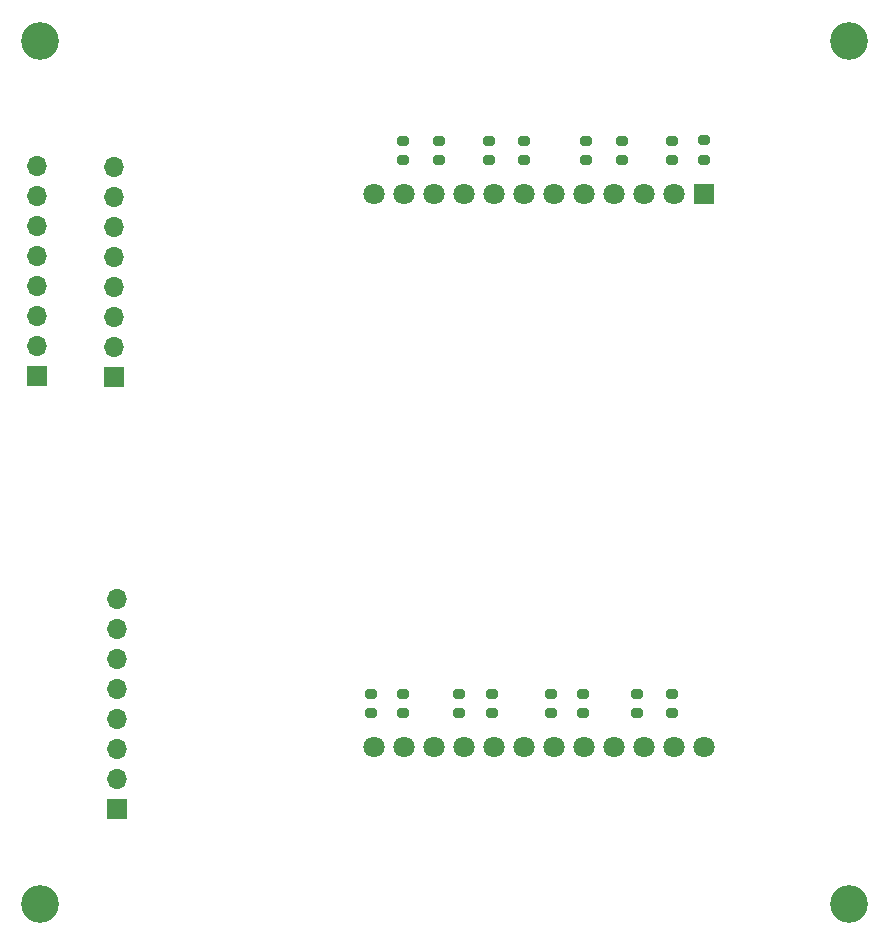
<source format=gbr>
%TF.GenerationSoftware,KiCad,Pcbnew,8.0.6*%
%TF.CreationDate,2024-11-18T08:59:04+03:30*%
%TF.ProjectId,DotMatrix,446f744d-6174-4726-9978-2e6b69636164,rev?*%
%TF.SameCoordinates,Original*%
%TF.FileFunction,Soldermask,Bot*%
%TF.FilePolarity,Negative*%
%FSLAX46Y46*%
G04 Gerber Fmt 4.6, Leading zero omitted, Abs format (unit mm)*
G04 Created by KiCad (PCBNEW 8.0.6) date 2024-11-18 08:59:04*
%MOMM*%
%LPD*%
G01*
G04 APERTURE LIST*
G04 Aperture macros list*
%AMRoundRect*
0 Rectangle with rounded corners*
0 $1 Rounding radius*
0 $2 $3 $4 $5 $6 $7 $8 $9 X,Y pos of 4 corners*
0 Add a 4 corners polygon primitive as box body*
4,1,4,$2,$3,$4,$5,$6,$7,$8,$9,$2,$3,0*
0 Add four circle primitives for the rounded corners*
1,1,$1+$1,$2,$3*
1,1,$1+$1,$4,$5*
1,1,$1+$1,$6,$7*
1,1,$1+$1,$8,$9*
0 Add four rect primitives between the rounded corners*
20,1,$1+$1,$2,$3,$4,$5,0*
20,1,$1+$1,$4,$5,$6,$7,0*
20,1,$1+$1,$6,$7,$8,$9,0*
20,1,$1+$1,$8,$9,$2,$3,0*%
G04 Aperture macros list end*
%ADD10C,3.200000*%
%ADD11R,1.700000X1.700000*%
%ADD12O,1.700000X1.700000*%
%ADD13R,1.800000X1.800000*%
%ADD14C,1.800000*%
%ADD15RoundRect,0.200000X0.275000X-0.200000X0.275000X0.200000X-0.275000X0.200000X-0.275000X-0.200000X0*%
G04 APERTURE END LIST*
D10*
%TO.C,REF\u002A\u002A*%
X98750000Y-62750000D03*
%TD*%
D11*
%TO.C,J1*%
X105250000Y-127740000D03*
D12*
X105250000Y-125200000D03*
X105250000Y-122660000D03*
X105250000Y-120120000D03*
X105250000Y-117580000D03*
X105250000Y-115040000D03*
X105250000Y-112500000D03*
X105250000Y-109960000D03*
%TD*%
D10*
%TO.C,REF\u002A\u002A*%
X167250000Y-62750000D03*
%TD*%
%TO.C,REF\u002A\u002A*%
X98750000Y-135750000D03*
%TD*%
D11*
%TO.C,J3*%
X98500000Y-91040000D03*
D12*
X98500000Y-88500000D03*
X98500000Y-85960000D03*
X98500000Y-83420000D03*
X98500000Y-80880000D03*
X98500000Y-78340000D03*
X98500000Y-75800000D03*
X98500000Y-73260000D03*
%TD*%
D10*
%TO.C,REF\u002A\u002A*%
X167250000Y-135750000D03*
%TD*%
D11*
%TO.C,J2*%
X105000000Y-91200000D03*
D12*
X105000000Y-88660000D03*
X105000000Y-86120000D03*
X105000000Y-83580000D03*
X105000000Y-81040000D03*
X105000000Y-78500000D03*
X105000000Y-75960000D03*
X105000000Y-73420000D03*
%TD*%
D13*
%TO.C,U1*%
X155000000Y-75700000D03*
D14*
X152460000Y-75700000D03*
X149920000Y-75700000D03*
X147380000Y-75700000D03*
X144840000Y-75700000D03*
X142300000Y-75700000D03*
X139760000Y-75700000D03*
X137220000Y-75700000D03*
X134680000Y-75700000D03*
X132140000Y-75700000D03*
X129600000Y-75700000D03*
X127060000Y-75700000D03*
X155000000Y-122500000D03*
X152460000Y-122500000D03*
X149920000Y-122500000D03*
X147380000Y-122500000D03*
X144840000Y-122500000D03*
X142300000Y-122500000D03*
X139760000Y-122500000D03*
X137220000Y-122500000D03*
X134680000Y-122500000D03*
X132140000Y-122500000D03*
X129600000Y-122500000D03*
X127060000Y-122500000D03*
%TD*%
D15*
%TO.C,R4*%
X152250000Y-119650000D03*
X152250000Y-118000000D03*
%TD*%
%TO.C,R14*%
X148000000Y-72825000D03*
X148000000Y-71175000D03*
%TD*%
%TO.C,R8*%
X129500000Y-72825000D03*
X129500000Y-71175000D03*
%TD*%
%TO.C,R2*%
X137000000Y-119650000D03*
X137000000Y-118000000D03*
%TD*%
%TO.C,R1*%
X129500000Y-119650000D03*
X129500000Y-118000000D03*
%TD*%
%TO.C,R7*%
X136750000Y-72825000D03*
X136750000Y-71175000D03*
%TD*%
%TO.C,R3*%
X144750000Y-119650000D03*
X144750000Y-118000000D03*
%TD*%
%TO.C,R6*%
X145000000Y-72825000D03*
X145000000Y-71175000D03*
%TD*%
%TO.C,R16*%
X132500000Y-72825000D03*
X132500000Y-71175000D03*
%TD*%
%TO.C,R5*%
X152250000Y-72825000D03*
X152250000Y-71175000D03*
%TD*%
%TO.C,R15*%
X139750000Y-72825000D03*
X139750000Y-71175000D03*
%TD*%
%TO.C,R11*%
X142000000Y-119650000D03*
X142000000Y-118000000D03*
%TD*%
%TO.C,R12*%
X149250000Y-119650000D03*
X149250000Y-118000000D03*
%TD*%
%TO.C,R13*%
X155000000Y-72750000D03*
X155000000Y-71100000D03*
%TD*%
%TO.C,R9*%
X126750000Y-119650000D03*
X126750000Y-118000000D03*
%TD*%
%TO.C,R10*%
X134250000Y-119650000D03*
X134250000Y-118000000D03*
%TD*%
M02*

</source>
